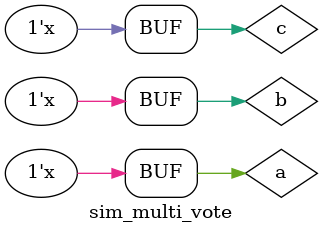
<source format=v>
`timescale 1ns / 1ps

`timescale 1ns / 1ps
module sim_multi_vote;
reg a,b,c;
wire f;
multi_vote u1(
a,
b,
c,
f
);
initial
begin a=0;b=0;c=0;
end
always #10 {a,b,c}={a,b,c}+1;
endmodule

</source>
